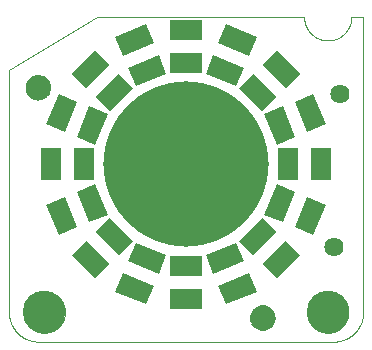
<source format=gts>
G75*
%MOIN*%
%OFA0B0*%
%FSLAX25Y25*%
%IPPOS*%
%LPD*%
%AMOC8*
5,1,8,0,0,1.08239X$1,22.5*
%
%ADD10C,0.00000*%
%ADD11C,0.14180*%
%ADD12C,0.55118*%
%ADD13R,0.11030X0.06699*%
%ADD14R,0.06699X0.11030*%
%ADD15C,0.06400*%
%ADD16C,0.00500*%
D10*
X0013205Y0005000D02*
X0111630Y0005000D01*
X0111868Y0005003D01*
X0112106Y0005011D01*
X0112343Y0005026D01*
X0112580Y0005046D01*
X0112816Y0005072D01*
X0113052Y0005103D01*
X0113287Y0005140D01*
X0113521Y0005183D01*
X0113754Y0005232D01*
X0113986Y0005286D01*
X0114216Y0005346D01*
X0114445Y0005411D01*
X0114672Y0005482D01*
X0114897Y0005558D01*
X0115120Y0005640D01*
X0115342Y0005727D01*
X0115561Y0005819D01*
X0115778Y0005917D01*
X0115992Y0006019D01*
X0116204Y0006127D01*
X0116414Y0006241D01*
X0116620Y0006359D01*
X0116824Y0006482D01*
X0117024Y0006610D01*
X0117221Y0006742D01*
X0117416Y0006880D01*
X0117606Y0007022D01*
X0117794Y0007169D01*
X0117977Y0007320D01*
X0118157Y0007475D01*
X0118333Y0007635D01*
X0118505Y0007799D01*
X0118674Y0007968D01*
X0118838Y0008140D01*
X0118998Y0008316D01*
X0119153Y0008496D01*
X0119304Y0008679D01*
X0119451Y0008867D01*
X0119593Y0009057D01*
X0119731Y0009252D01*
X0119863Y0009449D01*
X0119991Y0009649D01*
X0120114Y0009853D01*
X0120232Y0010059D01*
X0120346Y0010269D01*
X0120454Y0010481D01*
X0120556Y0010695D01*
X0120654Y0010912D01*
X0120746Y0011131D01*
X0120833Y0011353D01*
X0120915Y0011576D01*
X0120991Y0011801D01*
X0121062Y0012028D01*
X0121127Y0012257D01*
X0121187Y0012487D01*
X0121241Y0012719D01*
X0121290Y0012952D01*
X0121333Y0013186D01*
X0121370Y0013421D01*
X0121401Y0013657D01*
X0121427Y0013893D01*
X0121447Y0014130D01*
X0121462Y0014367D01*
X0121470Y0014605D01*
X0121473Y0014843D01*
X0121472Y0014843D02*
X0121472Y0113268D01*
X0117535Y0113268D01*
X0117533Y0113076D01*
X0117526Y0112885D01*
X0117514Y0112693D01*
X0117498Y0112502D01*
X0117477Y0112312D01*
X0117451Y0112122D01*
X0117421Y0111932D01*
X0117386Y0111744D01*
X0117347Y0111556D01*
X0117303Y0111369D01*
X0117254Y0111184D01*
X0117201Y0111000D01*
X0117144Y0110817D01*
X0117082Y0110635D01*
X0117015Y0110455D01*
X0116945Y0110277D01*
X0116870Y0110100D01*
X0116790Y0109926D01*
X0116707Y0109753D01*
X0116619Y0109583D01*
X0116528Y0109414D01*
X0116432Y0109248D01*
X0116332Y0109085D01*
X0116228Y0108923D01*
X0116120Y0108765D01*
X0116009Y0108609D01*
X0115893Y0108456D01*
X0115774Y0108305D01*
X0115652Y0108158D01*
X0115525Y0108014D01*
X0115396Y0107872D01*
X0115263Y0107734D01*
X0115126Y0107599D01*
X0114986Y0107468D01*
X0114844Y0107340D01*
X0114698Y0107216D01*
X0114549Y0107095D01*
X0114397Y0106978D01*
X0114243Y0106864D01*
X0114085Y0106754D01*
X0113925Y0106649D01*
X0113763Y0106547D01*
X0113598Y0106449D01*
X0113431Y0106355D01*
X0113261Y0106265D01*
X0113090Y0106180D01*
X0112916Y0106098D01*
X0112741Y0106021D01*
X0112563Y0105948D01*
X0112384Y0105880D01*
X0112203Y0105816D01*
X0112021Y0105756D01*
X0111838Y0105701D01*
X0111653Y0105650D01*
X0111467Y0105604D01*
X0111279Y0105562D01*
X0111091Y0105525D01*
X0110902Y0105492D01*
X0110713Y0105465D01*
X0110522Y0105441D01*
X0110331Y0105423D01*
X0110140Y0105409D01*
X0109949Y0105399D01*
X0109757Y0105395D01*
X0109565Y0105395D01*
X0109373Y0105399D01*
X0109182Y0105409D01*
X0108991Y0105423D01*
X0108800Y0105441D01*
X0108609Y0105465D01*
X0108420Y0105492D01*
X0108231Y0105525D01*
X0108043Y0105562D01*
X0107855Y0105604D01*
X0107669Y0105650D01*
X0107484Y0105701D01*
X0107301Y0105756D01*
X0107119Y0105816D01*
X0106938Y0105880D01*
X0106759Y0105948D01*
X0106581Y0106021D01*
X0106406Y0106098D01*
X0106232Y0106180D01*
X0106061Y0106265D01*
X0105891Y0106355D01*
X0105724Y0106449D01*
X0105559Y0106547D01*
X0105397Y0106649D01*
X0105237Y0106754D01*
X0105079Y0106864D01*
X0104925Y0106978D01*
X0104773Y0107095D01*
X0104624Y0107216D01*
X0104478Y0107340D01*
X0104336Y0107468D01*
X0104196Y0107599D01*
X0104059Y0107734D01*
X0103926Y0107872D01*
X0103797Y0108014D01*
X0103670Y0108158D01*
X0103548Y0108305D01*
X0103429Y0108456D01*
X0103313Y0108609D01*
X0103202Y0108765D01*
X0103094Y0108923D01*
X0102990Y0109085D01*
X0102890Y0109248D01*
X0102794Y0109414D01*
X0102703Y0109583D01*
X0102615Y0109753D01*
X0102532Y0109926D01*
X0102452Y0110100D01*
X0102377Y0110277D01*
X0102307Y0110455D01*
X0102240Y0110635D01*
X0102178Y0110817D01*
X0102121Y0111000D01*
X0102068Y0111184D01*
X0102019Y0111369D01*
X0101975Y0111556D01*
X0101936Y0111744D01*
X0101901Y0111932D01*
X0101871Y0112122D01*
X0101845Y0112312D01*
X0101824Y0112502D01*
X0101808Y0112693D01*
X0101796Y0112885D01*
X0101789Y0113076D01*
X0101787Y0113268D01*
X0032890Y0113268D01*
X0003362Y0095551D01*
X0003362Y0014843D01*
X0003365Y0014605D01*
X0003373Y0014367D01*
X0003388Y0014130D01*
X0003408Y0013893D01*
X0003434Y0013657D01*
X0003465Y0013421D01*
X0003502Y0013186D01*
X0003545Y0012952D01*
X0003594Y0012719D01*
X0003648Y0012487D01*
X0003708Y0012257D01*
X0003773Y0012028D01*
X0003844Y0011801D01*
X0003920Y0011576D01*
X0004002Y0011353D01*
X0004089Y0011131D01*
X0004181Y0010912D01*
X0004279Y0010695D01*
X0004381Y0010481D01*
X0004489Y0010269D01*
X0004603Y0010059D01*
X0004721Y0009853D01*
X0004844Y0009649D01*
X0004972Y0009449D01*
X0005104Y0009252D01*
X0005242Y0009057D01*
X0005384Y0008867D01*
X0005531Y0008679D01*
X0005682Y0008496D01*
X0005837Y0008316D01*
X0005997Y0008140D01*
X0006161Y0007968D01*
X0006330Y0007799D01*
X0006502Y0007635D01*
X0006678Y0007475D01*
X0006858Y0007320D01*
X0007041Y0007169D01*
X0007229Y0007022D01*
X0007419Y0006880D01*
X0007614Y0006742D01*
X0007811Y0006610D01*
X0008011Y0006482D01*
X0008215Y0006359D01*
X0008421Y0006241D01*
X0008631Y0006127D01*
X0008843Y0006019D01*
X0009057Y0005917D01*
X0009274Y0005819D01*
X0009493Y0005727D01*
X0009715Y0005640D01*
X0009938Y0005558D01*
X0010163Y0005482D01*
X0010390Y0005411D01*
X0010619Y0005346D01*
X0010849Y0005286D01*
X0011081Y0005232D01*
X0011314Y0005183D01*
X0011548Y0005140D01*
X0011783Y0005103D01*
X0012019Y0005072D01*
X0012255Y0005046D01*
X0012492Y0005026D01*
X0012729Y0005011D01*
X0012967Y0005003D01*
X0013205Y0005000D01*
X0008283Y0014843D02*
X0008285Y0015012D01*
X0008291Y0015181D01*
X0008302Y0015350D01*
X0008316Y0015518D01*
X0008335Y0015686D01*
X0008358Y0015854D01*
X0008384Y0016021D01*
X0008415Y0016187D01*
X0008450Y0016353D01*
X0008489Y0016517D01*
X0008533Y0016681D01*
X0008580Y0016843D01*
X0008631Y0017004D01*
X0008686Y0017164D01*
X0008745Y0017323D01*
X0008807Y0017480D01*
X0008874Y0017635D01*
X0008945Y0017789D01*
X0009019Y0017941D01*
X0009097Y0018091D01*
X0009178Y0018239D01*
X0009263Y0018385D01*
X0009352Y0018529D01*
X0009444Y0018671D01*
X0009540Y0018810D01*
X0009639Y0018947D01*
X0009741Y0019082D01*
X0009847Y0019214D01*
X0009956Y0019343D01*
X0010068Y0019470D01*
X0010183Y0019594D01*
X0010301Y0019715D01*
X0010422Y0019833D01*
X0010546Y0019948D01*
X0010673Y0020060D01*
X0010802Y0020169D01*
X0010934Y0020275D01*
X0011069Y0020377D01*
X0011206Y0020476D01*
X0011345Y0020572D01*
X0011487Y0020664D01*
X0011631Y0020753D01*
X0011777Y0020838D01*
X0011925Y0020919D01*
X0012075Y0020997D01*
X0012227Y0021071D01*
X0012381Y0021142D01*
X0012536Y0021209D01*
X0012693Y0021271D01*
X0012852Y0021330D01*
X0013012Y0021385D01*
X0013173Y0021436D01*
X0013335Y0021483D01*
X0013499Y0021527D01*
X0013663Y0021566D01*
X0013829Y0021601D01*
X0013995Y0021632D01*
X0014162Y0021658D01*
X0014330Y0021681D01*
X0014498Y0021700D01*
X0014666Y0021714D01*
X0014835Y0021725D01*
X0015004Y0021731D01*
X0015173Y0021733D01*
X0015342Y0021731D01*
X0015511Y0021725D01*
X0015680Y0021714D01*
X0015848Y0021700D01*
X0016016Y0021681D01*
X0016184Y0021658D01*
X0016351Y0021632D01*
X0016517Y0021601D01*
X0016683Y0021566D01*
X0016847Y0021527D01*
X0017011Y0021483D01*
X0017173Y0021436D01*
X0017334Y0021385D01*
X0017494Y0021330D01*
X0017653Y0021271D01*
X0017810Y0021209D01*
X0017965Y0021142D01*
X0018119Y0021071D01*
X0018271Y0020997D01*
X0018421Y0020919D01*
X0018569Y0020838D01*
X0018715Y0020753D01*
X0018859Y0020664D01*
X0019001Y0020572D01*
X0019140Y0020476D01*
X0019277Y0020377D01*
X0019412Y0020275D01*
X0019544Y0020169D01*
X0019673Y0020060D01*
X0019800Y0019948D01*
X0019924Y0019833D01*
X0020045Y0019715D01*
X0020163Y0019594D01*
X0020278Y0019470D01*
X0020390Y0019343D01*
X0020499Y0019214D01*
X0020605Y0019082D01*
X0020707Y0018947D01*
X0020806Y0018810D01*
X0020902Y0018671D01*
X0020994Y0018529D01*
X0021083Y0018385D01*
X0021168Y0018239D01*
X0021249Y0018091D01*
X0021327Y0017941D01*
X0021401Y0017789D01*
X0021472Y0017635D01*
X0021539Y0017480D01*
X0021601Y0017323D01*
X0021660Y0017164D01*
X0021715Y0017004D01*
X0021766Y0016843D01*
X0021813Y0016681D01*
X0021857Y0016517D01*
X0021896Y0016353D01*
X0021931Y0016187D01*
X0021962Y0016021D01*
X0021988Y0015854D01*
X0022011Y0015686D01*
X0022030Y0015518D01*
X0022044Y0015350D01*
X0022055Y0015181D01*
X0022061Y0015012D01*
X0022063Y0014843D01*
X0022061Y0014674D01*
X0022055Y0014505D01*
X0022044Y0014336D01*
X0022030Y0014168D01*
X0022011Y0014000D01*
X0021988Y0013832D01*
X0021962Y0013665D01*
X0021931Y0013499D01*
X0021896Y0013333D01*
X0021857Y0013169D01*
X0021813Y0013005D01*
X0021766Y0012843D01*
X0021715Y0012682D01*
X0021660Y0012522D01*
X0021601Y0012363D01*
X0021539Y0012206D01*
X0021472Y0012051D01*
X0021401Y0011897D01*
X0021327Y0011745D01*
X0021249Y0011595D01*
X0021168Y0011447D01*
X0021083Y0011301D01*
X0020994Y0011157D01*
X0020902Y0011015D01*
X0020806Y0010876D01*
X0020707Y0010739D01*
X0020605Y0010604D01*
X0020499Y0010472D01*
X0020390Y0010343D01*
X0020278Y0010216D01*
X0020163Y0010092D01*
X0020045Y0009971D01*
X0019924Y0009853D01*
X0019800Y0009738D01*
X0019673Y0009626D01*
X0019544Y0009517D01*
X0019412Y0009411D01*
X0019277Y0009309D01*
X0019140Y0009210D01*
X0019001Y0009114D01*
X0018859Y0009022D01*
X0018715Y0008933D01*
X0018569Y0008848D01*
X0018421Y0008767D01*
X0018271Y0008689D01*
X0018119Y0008615D01*
X0017965Y0008544D01*
X0017810Y0008477D01*
X0017653Y0008415D01*
X0017494Y0008356D01*
X0017334Y0008301D01*
X0017173Y0008250D01*
X0017011Y0008203D01*
X0016847Y0008159D01*
X0016683Y0008120D01*
X0016517Y0008085D01*
X0016351Y0008054D01*
X0016184Y0008028D01*
X0016016Y0008005D01*
X0015848Y0007986D01*
X0015680Y0007972D01*
X0015511Y0007961D01*
X0015342Y0007955D01*
X0015173Y0007953D01*
X0015004Y0007955D01*
X0014835Y0007961D01*
X0014666Y0007972D01*
X0014498Y0007986D01*
X0014330Y0008005D01*
X0014162Y0008028D01*
X0013995Y0008054D01*
X0013829Y0008085D01*
X0013663Y0008120D01*
X0013499Y0008159D01*
X0013335Y0008203D01*
X0013173Y0008250D01*
X0013012Y0008301D01*
X0012852Y0008356D01*
X0012693Y0008415D01*
X0012536Y0008477D01*
X0012381Y0008544D01*
X0012227Y0008615D01*
X0012075Y0008689D01*
X0011925Y0008767D01*
X0011777Y0008848D01*
X0011631Y0008933D01*
X0011487Y0009022D01*
X0011345Y0009114D01*
X0011206Y0009210D01*
X0011069Y0009309D01*
X0010934Y0009411D01*
X0010802Y0009517D01*
X0010673Y0009626D01*
X0010546Y0009738D01*
X0010422Y0009853D01*
X0010301Y0009971D01*
X0010183Y0010092D01*
X0010068Y0010216D01*
X0009956Y0010343D01*
X0009847Y0010472D01*
X0009741Y0010604D01*
X0009639Y0010739D01*
X0009540Y0010876D01*
X0009444Y0011015D01*
X0009352Y0011157D01*
X0009263Y0011301D01*
X0009178Y0011447D01*
X0009097Y0011595D01*
X0009019Y0011745D01*
X0008945Y0011897D01*
X0008874Y0012051D01*
X0008807Y0012206D01*
X0008745Y0012363D01*
X0008686Y0012522D01*
X0008631Y0012682D01*
X0008580Y0012843D01*
X0008533Y0013005D01*
X0008489Y0013169D01*
X0008450Y0013333D01*
X0008415Y0013499D01*
X0008384Y0013665D01*
X0008358Y0013832D01*
X0008335Y0014000D01*
X0008316Y0014168D01*
X0008302Y0014336D01*
X0008291Y0014505D01*
X0008285Y0014674D01*
X0008283Y0014843D01*
X0102771Y0014843D02*
X0102773Y0015012D01*
X0102779Y0015181D01*
X0102790Y0015350D01*
X0102804Y0015518D01*
X0102823Y0015686D01*
X0102846Y0015854D01*
X0102872Y0016021D01*
X0102903Y0016187D01*
X0102938Y0016353D01*
X0102977Y0016517D01*
X0103021Y0016681D01*
X0103068Y0016843D01*
X0103119Y0017004D01*
X0103174Y0017164D01*
X0103233Y0017323D01*
X0103295Y0017480D01*
X0103362Y0017635D01*
X0103433Y0017789D01*
X0103507Y0017941D01*
X0103585Y0018091D01*
X0103666Y0018239D01*
X0103751Y0018385D01*
X0103840Y0018529D01*
X0103932Y0018671D01*
X0104028Y0018810D01*
X0104127Y0018947D01*
X0104229Y0019082D01*
X0104335Y0019214D01*
X0104444Y0019343D01*
X0104556Y0019470D01*
X0104671Y0019594D01*
X0104789Y0019715D01*
X0104910Y0019833D01*
X0105034Y0019948D01*
X0105161Y0020060D01*
X0105290Y0020169D01*
X0105422Y0020275D01*
X0105557Y0020377D01*
X0105694Y0020476D01*
X0105833Y0020572D01*
X0105975Y0020664D01*
X0106119Y0020753D01*
X0106265Y0020838D01*
X0106413Y0020919D01*
X0106563Y0020997D01*
X0106715Y0021071D01*
X0106869Y0021142D01*
X0107024Y0021209D01*
X0107181Y0021271D01*
X0107340Y0021330D01*
X0107500Y0021385D01*
X0107661Y0021436D01*
X0107823Y0021483D01*
X0107987Y0021527D01*
X0108151Y0021566D01*
X0108317Y0021601D01*
X0108483Y0021632D01*
X0108650Y0021658D01*
X0108818Y0021681D01*
X0108986Y0021700D01*
X0109154Y0021714D01*
X0109323Y0021725D01*
X0109492Y0021731D01*
X0109661Y0021733D01*
X0109830Y0021731D01*
X0109999Y0021725D01*
X0110168Y0021714D01*
X0110336Y0021700D01*
X0110504Y0021681D01*
X0110672Y0021658D01*
X0110839Y0021632D01*
X0111005Y0021601D01*
X0111171Y0021566D01*
X0111335Y0021527D01*
X0111499Y0021483D01*
X0111661Y0021436D01*
X0111822Y0021385D01*
X0111982Y0021330D01*
X0112141Y0021271D01*
X0112298Y0021209D01*
X0112453Y0021142D01*
X0112607Y0021071D01*
X0112759Y0020997D01*
X0112909Y0020919D01*
X0113057Y0020838D01*
X0113203Y0020753D01*
X0113347Y0020664D01*
X0113489Y0020572D01*
X0113628Y0020476D01*
X0113765Y0020377D01*
X0113900Y0020275D01*
X0114032Y0020169D01*
X0114161Y0020060D01*
X0114288Y0019948D01*
X0114412Y0019833D01*
X0114533Y0019715D01*
X0114651Y0019594D01*
X0114766Y0019470D01*
X0114878Y0019343D01*
X0114987Y0019214D01*
X0115093Y0019082D01*
X0115195Y0018947D01*
X0115294Y0018810D01*
X0115390Y0018671D01*
X0115482Y0018529D01*
X0115571Y0018385D01*
X0115656Y0018239D01*
X0115737Y0018091D01*
X0115815Y0017941D01*
X0115889Y0017789D01*
X0115960Y0017635D01*
X0116027Y0017480D01*
X0116089Y0017323D01*
X0116148Y0017164D01*
X0116203Y0017004D01*
X0116254Y0016843D01*
X0116301Y0016681D01*
X0116345Y0016517D01*
X0116384Y0016353D01*
X0116419Y0016187D01*
X0116450Y0016021D01*
X0116476Y0015854D01*
X0116499Y0015686D01*
X0116518Y0015518D01*
X0116532Y0015350D01*
X0116543Y0015181D01*
X0116549Y0015012D01*
X0116551Y0014843D01*
X0116549Y0014674D01*
X0116543Y0014505D01*
X0116532Y0014336D01*
X0116518Y0014168D01*
X0116499Y0014000D01*
X0116476Y0013832D01*
X0116450Y0013665D01*
X0116419Y0013499D01*
X0116384Y0013333D01*
X0116345Y0013169D01*
X0116301Y0013005D01*
X0116254Y0012843D01*
X0116203Y0012682D01*
X0116148Y0012522D01*
X0116089Y0012363D01*
X0116027Y0012206D01*
X0115960Y0012051D01*
X0115889Y0011897D01*
X0115815Y0011745D01*
X0115737Y0011595D01*
X0115656Y0011447D01*
X0115571Y0011301D01*
X0115482Y0011157D01*
X0115390Y0011015D01*
X0115294Y0010876D01*
X0115195Y0010739D01*
X0115093Y0010604D01*
X0114987Y0010472D01*
X0114878Y0010343D01*
X0114766Y0010216D01*
X0114651Y0010092D01*
X0114533Y0009971D01*
X0114412Y0009853D01*
X0114288Y0009738D01*
X0114161Y0009626D01*
X0114032Y0009517D01*
X0113900Y0009411D01*
X0113765Y0009309D01*
X0113628Y0009210D01*
X0113489Y0009114D01*
X0113347Y0009022D01*
X0113203Y0008933D01*
X0113057Y0008848D01*
X0112909Y0008767D01*
X0112759Y0008689D01*
X0112607Y0008615D01*
X0112453Y0008544D01*
X0112298Y0008477D01*
X0112141Y0008415D01*
X0111982Y0008356D01*
X0111822Y0008301D01*
X0111661Y0008250D01*
X0111499Y0008203D01*
X0111335Y0008159D01*
X0111171Y0008120D01*
X0111005Y0008085D01*
X0110839Y0008054D01*
X0110672Y0008028D01*
X0110504Y0008005D01*
X0110336Y0007986D01*
X0110168Y0007972D01*
X0109999Y0007961D01*
X0109830Y0007955D01*
X0109661Y0007953D01*
X0109492Y0007955D01*
X0109323Y0007961D01*
X0109154Y0007972D01*
X0108986Y0007986D01*
X0108818Y0008005D01*
X0108650Y0008028D01*
X0108483Y0008054D01*
X0108317Y0008085D01*
X0108151Y0008120D01*
X0107987Y0008159D01*
X0107823Y0008203D01*
X0107661Y0008250D01*
X0107500Y0008301D01*
X0107340Y0008356D01*
X0107181Y0008415D01*
X0107024Y0008477D01*
X0106869Y0008544D01*
X0106715Y0008615D01*
X0106563Y0008689D01*
X0106413Y0008767D01*
X0106265Y0008848D01*
X0106119Y0008933D01*
X0105975Y0009022D01*
X0105833Y0009114D01*
X0105694Y0009210D01*
X0105557Y0009309D01*
X0105422Y0009411D01*
X0105290Y0009517D01*
X0105161Y0009626D01*
X0105034Y0009738D01*
X0104910Y0009853D01*
X0104789Y0009971D01*
X0104671Y0010092D01*
X0104556Y0010216D01*
X0104444Y0010343D01*
X0104335Y0010472D01*
X0104229Y0010604D01*
X0104127Y0010739D01*
X0104028Y0010876D01*
X0103932Y0011015D01*
X0103840Y0011157D01*
X0103751Y0011301D01*
X0103666Y0011447D01*
X0103585Y0011595D01*
X0103507Y0011745D01*
X0103433Y0011897D01*
X0103362Y0012051D01*
X0103295Y0012206D01*
X0103233Y0012363D01*
X0103174Y0012522D01*
X0103119Y0012682D01*
X0103068Y0012843D01*
X0103021Y0013005D01*
X0102977Y0013169D01*
X0102938Y0013333D01*
X0102903Y0013499D01*
X0102872Y0013665D01*
X0102846Y0013832D01*
X0102823Y0014000D01*
X0102804Y0014168D01*
X0102790Y0014336D01*
X0102779Y0014505D01*
X0102773Y0014674D01*
X0102771Y0014843D01*
D11*
X0109661Y0014843D03*
X0015173Y0014843D03*
D12*
X0062417Y0064055D03*
D13*
X0062417Y0030197D03*
X0062417Y0019173D03*
X0062417Y0097913D03*
X0062417Y0108937D03*
D14*
G36*
X0049054Y0110725D02*
X0051617Y0104538D01*
X0041428Y0100317D01*
X0038865Y0106504D01*
X0049054Y0110725D01*
G37*
G36*
X0032212Y0102058D02*
X0036948Y0097322D01*
X0029150Y0089524D01*
X0024414Y0094260D01*
X0032212Y0102058D01*
G37*
G36*
X0053273Y0100541D02*
X0055836Y0094354D01*
X0045647Y0090133D01*
X0043084Y0096320D01*
X0053273Y0100541D01*
G37*
G36*
X0040007Y0094263D02*
X0044743Y0089527D01*
X0036945Y0081729D01*
X0032209Y0086465D01*
X0040007Y0094263D01*
G37*
G36*
X0019968Y0087607D02*
X0026155Y0085044D01*
X0021934Y0074855D01*
X0015747Y0077418D01*
X0019968Y0087607D01*
G37*
G36*
X0030153Y0083389D02*
X0036340Y0080826D01*
X0032119Y0070637D01*
X0025932Y0073200D01*
X0030153Y0083389D01*
G37*
X0028559Y0064055D03*
X0017535Y0064055D03*
G36*
X0025932Y0054910D02*
X0032119Y0057473D01*
X0036340Y0047284D01*
X0030153Y0044721D01*
X0025932Y0054910D01*
G37*
G36*
X0015747Y0050692D02*
X0021934Y0053255D01*
X0026155Y0043066D01*
X0019968Y0040503D01*
X0015747Y0050692D01*
G37*
G36*
X0032209Y0041645D02*
X0036945Y0046381D01*
X0044743Y0038583D01*
X0040007Y0033847D01*
X0032209Y0041645D01*
G37*
G36*
X0024414Y0033850D02*
X0029150Y0038586D01*
X0036948Y0030788D01*
X0032212Y0026052D01*
X0024414Y0033850D01*
G37*
G36*
X0038865Y0021606D02*
X0041428Y0027793D01*
X0051617Y0023572D01*
X0049054Y0017385D01*
X0038865Y0021606D01*
G37*
G36*
X0043084Y0031790D02*
X0045647Y0037977D01*
X0055836Y0033756D01*
X0053273Y0027569D01*
X0043084Y0031790D01*
G37*
G36*
X0071562Y0027569D02*
X0068999Y0033756D01*
X0079188Y0037977D01*
X0081751Y0031790D01*
X0071562Y0027569D01*
G37*
G36*
X0075781Y0017385D02*
X0073218Y0023572D01*
X0083407Y0027793D01*
X0085970Y0021606D01*
X0075781Y0017385D01*
G37*
G36*
X0092622Y0026052D02*
X0087886Y0030788D01*
X0095684Y0038586D01*
X0100420Y0033850D01*
X0092622Y0026052D01*
G37*
G36*
X0084827Y0033847D02*
X0080091Y0038583D01*
X0087889Y0046381D01*
X0092625Y0041645D01*
X0084827Y0033847D01*
G37*
G36*
X0104867Y0040503D02*
X0098680Y0043066D01*
X0102901Y0053255D01*
X0109088Y0050692D01*
X0104867Y0040503D01*
G37*
G36*
X0094682Y0044721D02*
X0088495Y0047284D01*
X0092716Y0057473D01*
X0098903Y0054910D01*
X0094682Y0044721D01*
G37*
X0096276Y0064055D03*
X0107299Y0064055D03*
G36*
X0098903Y0073200D02*
X0092716Y0070637D01*
X0088495Y0080826D01*
X0094682Y0083389D01*
X0098903Y0073200D01*
G37*
G36*
X0109088Y0077418D02*
X0102901Y0074855D01*
X0098680Y0085044D01*
X0104867Y0087607D01*
X0109088Y0077418D01*
G37*
G36*
X0092625Y0086465D02*
X0087889Y0081729D01*
X0080091Y0089527D01*
X0084827Y0094263D01*
X0092625Y0086465D01*
G37*
G36*
X0100420Y0094260D02*
X0095684Y0089524D01*
X0087886Y0097322D01*
X0092622Y0102058D01*
X0100420Y0094260D01*
G37*
G36*
X0085970Y0106504D02*
X0083407Y0100317D01*
X0073218Y0104538D01*
X0075781Y0110725D01*
X0085970Y0106504D01*
G37*
G36*
X0081751Y0096320D02*
X0079188Y0090133D01*
X0068999Y0094354D01*
X0071562Y0100541D01*
X0081751Y0096320D01*
G37*
D15*
X0113598Y0087677D03*
X0111630Y0036496D03*
D16*
X0090539Y0015890D02*
X0089976Y0016284D01*
X0089354Y0016574D01*
X0088692Y0016751D01*
X0088008Y0016811D01*
X0087324Y0016751D01*
X0086661Y0016574D01*
X0086039Y0016284D01*
X0085477Y0015890D01*
X0084992Y0015405D01*
X0084598Y0014843D01*
X0084308Y0014221D01*
X0084131Y0013558D01*
X0084071Y0012874D01*
X0084131Y0012190D01*
X0084308Y0011527D01*
X0084598Y0010906D01*
X0084992Y0010343D01*
X0085477Y0009858D01*
X0086039Y0009464D01*
X0086661Y0009174D01*
X0087324Y0008997D01*
X0088008Y0008937D01*
X0088692Y0008997D01*
X0089354Y0009174D01*
X0089976Y0009464D01*
X0090539Y0009858D01*
X0091024Y0010343D01*
X0091417Y0010906D01*
X0091707Y0011527D01*
X0091885Y0012190D01*
X0091945Y0012874D01*
X0091885Y0013558D01*
X0091707Y0014221D01*
X0091417Y0014843D01*
X0091024Y0015405D01*
X0090539Y0015890D01*
X0090428Y0015967D02*
X0085588Y0015967D01*
X0085056Y0015469D02*
X0090960Y0015469D01*
X0091328Y0014970D02*
X0084688Y0014970D01*
X0084425Y0014472D02*
X0091590Y0014472D01*
X0091774Y0013973D02*
X0084242Y0013973D01*
X0084123Y0013475D02*
X0091892Y0013475D01*
X0091936Y0012976D02*
X0084080Y0012976D01*
X0084106Y0012478D02*
X0091910Y0012478D01*
X0091828Y0011979D02*
X0084187Y0011979D01*
X0084330Y0011481D02*
X0091686Y0011481D01*
X0091453Y0010982D02*
X0084563Y0010982D01*
X0084894Y0010484D02*
X0091122Y0010484D01*
X0090666Y0009985D02*
X0085350Y0009985D01*
X0086008Y0009487D02*
X0090008Y0009487D01*
X0088592Y0008988D02*
X0087424Y0008988D01*
X0086430Y0016466D02*
X0089586Y0016466D01*
X0016221Y0087115D02*
X0015735Y0086630D01*
X0015173Y0086236D01*
X0014551Y0085946D01*
X0013888Y0085768D01*
X0013205Y0085709D01*
X0012521Y0085768D01*
X0011858Y0085946D01*
X0011236Y0086236D01*
X0010674Y0086630D01*
X0010189Y0087115D01*
X0009795Y0087677D01*
X0009505Y0088299D01*
X0009328Y0088962D01*
X0009268Y0089646D01*
X0009328Y0090329D01*
X0009505Y0090992D01*
X0009795Y0091614D01*
X0010189Y0092176D01*
X0010674Y0092662D01*
X0011236Y0093055D01*
X0011858Y0093345D01*
X0012521Y0093523D01*
X0013205Y0093583D01*
X0013888Y0093523D01*
X0014551Y0093345D01*
X0015173Y0093055D01*
X0015735Y0092662D01*
X0016221Y0092176D01*
X0016614Y0091614D01*
X0016904Y0090992D01*
X0017082Y0090329D01*
X0017142Y0089646D01*
X0017082Y0088962D01*
X0016904Y0088299D01*
X0016614Y0087677D01*
X0016221Y0087115D01*
X0016318Y0087254D02*
X0010091Y0087254D01*
X0009760Y0087753D02*
X0016650Y0087753D01*
X0016882Y0088251D02*
X0009527Y0088251D01*
X0009384Y0088750D02*
X0017025Y0088750D01*
X0017107Y0089248D02*
X0009302Y0089248D01*
X0009277Y0089747D02*
X0017133Y0089747D01*
X0017089Y0090245D02*
X0009320Y0090245D01*
X0009439Y0090744D02*
X0016971Y0090744D01*
X0016788Y0091242D02*
X0009622Y0091242D01*
X0009884Y0091741D02*
X0016525Y0091741D01*
X0016157Y0092239D02*
X0010252Y0092239D01*
X0010783Y0092738D02*
X0015626Y0092738D01*
X0014784Y0093237D02*
X0011625Y0093237D01*
X0010548Y0086756D02*
X0015861Y0086756D01*
X0015204Y0086257D02*
X0011206Y0086257D01*
X0012631Y0085759D02*
X0013778Y0085759D01*
M02*

</source>
